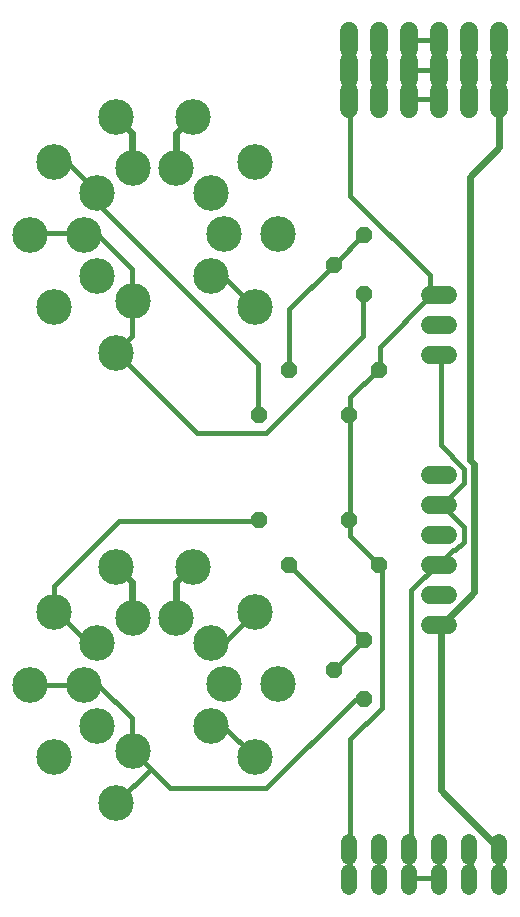
<source format=gtl>
G75*
%MOIN*%
%OFA0B0*%
%FSLAX24Y24*%
%IPPOS*%
%LPD*%
%AMOC8*
5,1,8,0,0,1.08239X$1,22.5*
%
%ADD10C,0.1185*%
%ADD11OC8,0.0520*%
%ADD12C,0.0520*%
%ADD13C,0.0600*%
%ADD14C,0.0160*%
%ADD15C,0.0240*%
D10*
X002254Y004982D03*
X003706Y006038D03*
X003261Y007407D03*
X003707Y008785D03*
X004877Y009635D03*
X004323Y011342D03*
X002256Y009840D03*
X001466Y007407D03*
X004323Y003478D03*
X004877Y005185D03*
X006323Y009635D03*
X006877Y011342D03*
X007494Y008782D03*
X007939Y007413D03*
X007493Y006035D03*
X008944Y004980D03*
X009734Y007413D03*
X008946Y009838D03*
X004323Y018478D03*
X004877Y020185D03*
X003706Y021038D03*
X003261Y022407D03*
X003707Y023785D03*
X004877Y024635D03*
X004323Y026342D03*
X002256Y024840D03*
X001466Y022407D03*
X002254Y019982D03*
X006323Y024635D03*
X006877Y026342D03*
X007494Y023782D03*
X007939Y022413D03*
X007493Y021035D03*
X008944Y019980D03*
X009734Y022413D03*
X008946Y024838D03*
D11*
X011600Y021410D03*
X012600Y020420D03*
X012600Y022400D03*
X013100Y017910D03*
X012100Y016410D03*
X010100Y017910D03*
X009100Y016410D03*
X009100Y012910D03*
X010100Y011410D03*
X012100Y012910D03*
X013100Y011410D03*
X012600Y008900D03*
X011600Y007910D03*
X012600Y006920D03*
D12*
X012100Y002170D02*
X012100Y001650D01*
X012100Y001170D02*
X012100Y000650D01*
X013100Y000650D02*
X013100Y001170D01*
X013100Y001650D02*
X013100Y002170D01*
X014100Y002170D02*
X014100Y001650D01*
X014100Y001170D02*
X014100Y000650D01*
X015100Y000650D02*
X015100Y001170D01*
X015100Y001650D02*
X015100Y002170D01*
X016100Y002170D02*
X016100Y001650D01*
X016100Y001170D02*
X016100Y000650D01*
X017100Y000650D02*
X017100Y001170D01*
X017100Y001650D02*
X017100Y002170D01*
D13*
X015400Y009410D02*
X014800Y009410D01*
X014800Y010410D02*
X015400Y010410D01*
X015400Y011410D02*
X014800Y011410D01*
X014800Y012410D02*
X015400Y012410D01*
X015400Y013410D02*
X014800Y013410D01*
X014800Y014410D02*
X015400Y014410D01*
X015400Y018410D02*
X014800Y018410D01*
X014800Y019410D02*
X015400Y019410D01*
X015400Y020410D02*
X014800Y020410D01*
X015100Y026610D02*
X015100Y027210D01*
X015100Y027610D02*
X015100Y028210D01*
X015100Y028610D02*
X015100Y029210D01*
X014100Y029210D02*
X014100Y028610D01*
X014100Y028210D02*
X014100Y027610D01*
X014100Y027210D02*
X014100Y026610D01*
X013100Y026610D02*
X013100Y027210D01*
X013100Y027610D02*
X013100Y028210D01*
X013100Y028610D02*
X013100Y029210D01*
X012100Y029210D02*
X012100Y028610D01*
X012100Y028210D02*
X012100Y027610D01*
X012100Y027210D02*
X012100Y026610D01*
X016100Y026610D02*
X016100Y027210D01*
X016100Y027610D02*
X016100Y028210D01*
X016100Y028610D02*
X016100Y029210D01*
X017100Y029210D02*
X017100Y028610D01*
X017100Y028210D02*
X017100Y027610D01*
X017100Y027210D02*
X017100Y026610D01*
D14*
X015100Y026910D02*
X015080Y026930D01*
X014170Y026930D01*
X014100Y026910D01*
X014100Y027910D01*
X014100Y028910D01*
X014170Y028890D01*
X015080Y028890D01*
X015100Y028910D01*
X015100Y027910D02*
X014100Y027910D01*
X012140Y027910D02*
X012140Y026930D01*
X012100Y026910D01*
X012140Y026860D01*
X012140Y023710D01*
X014800Y021050D01*
X014800Y020420D01*
X015100Y020410D01*
X015080Y020350D01*
X014800Y020350D01*
X013120Y018670D01*
X013120Y017970D01*
X013100Y017910D01*
X013050Y017900D01*
X012140Y016990D01*
X012140Y016430D01*
X012100Y016410D01*
X012140Y016360D01*
X012140Y012930D01*
X012100Y012910D01*
X012140Y012860D01*
X012140Y012370D01*
X013100Y011410D01*
X013190Y011320D01*
X013190Y006630D01*
X012140Y005580D01*
X012140Y001940D01*
X012100Y001910D01*
X012140Y001870D01*
X012140Y000960D01*
X012100Y000910D01*
X014100Y000910D02*
X014170Y000960D01*
X015080Y000960D01*
X015100Y000910D01*
X015080Y001030D01*
X015080Y001870D01*
X015100Y001910D01*
X014170Y001940D02*
X014100Y001910D01*
X014100Y000910D01*
X014170Y001940D02*
X014170Y010550D01*
X015080Y011460D01*
X015100Y011410D01*
X015570Y011880D01*
X015640Y011880D01*
X015920Y012160D01*
X015920Y012650D01*
X015150Y013420D01*
X015100Y013410D01*
X015220Y013420D01*
X015920Y014120D01*
X015920Y014610D01*
X015150Y015380D01*
X015150Y018390D01*
X015100Y018410D01*
X012560Y019020D02*
X009340Y015800D01*
X007030Y015800D01*
X004370Y018460D01*
X004323Y018478D01*
X004370Y018530D01*
X004860Y019020D01*
X004860Y020140D01*
X004877Y020185D01*
X004860Y020210D01*
X004860Y021260D01*
X003740Y022380D01*
X003320Y022380D01*
X003261Y022407D01*
X003250Y022450D01*
X001500Y022450D01*
X001466Y022407D01*
X002270Y024830D02*
X002256Y024840D01*
X002270Y024830D02*
X002690Y024830D01*
X003670Y023850D01*
X003707Y023785D01*
X003740Y023780D01*
X003740Y023430D01*
X009060Y018110D01*
X009060Y016430D01*
X009100Y016410D01*
X010100Y017910D02*
X010110Y017970D01*
X010110Y019930D01*
X011580Y021400D01*
X011600Y021410D01*
X011650Y021470D01*
X012560Y022380D01*
X012600Y022400D01*
X012560Y020420D02*
X012600Y020420D01*
X012560Y020420D02*
X012560Y019020D01*
X008944Y019980D02*
X008920Y020000D01*
X007940Y020980D01*
X007520Y020980D01*
X007493Y021035D01*
X012100Y027910D02*
X012140Y027980D01*
X012140Y028890D01*
X012100Y028910D01*
X012140Y027910D02*
X012100Y027910D01*
X009100Y012910D02*
X009060Y012860D01*
X004440Y012860D01*
X002270Y010690D01*
X002270Y009850D01*
X002256Y009840D01*
X002340Y009850D01*
X003390Y008800D01*
X003670Y008800D01*
X003707Y008785D01*
X003740Y007400D02*
X003320Y007400D01*
X003261Y007407D01*
X003250Y007400D01*
X001500Y007400D01*
X001466Y007407D01*
X003740Y007400D02*
X004860Y006280D01*
X004860Y005230D01*
X004877Y005185D01*
X004930Y005160D01*
X005490Y004600D01*
X004370Y003480D01*
X004323Y003478D01*
X005490Y004600D02*
X006120Y003970D01*
X009340Y003970D01*
X012280Y006910D01*
X012560Y006910D01*
X012600Y006920D01*
X011600Y007910D02*
X012560Y008870D01*
X012600Y008900D01*
X010110Y011390D01*
X010100Y011410D01*
X008946Y009838D02*
X008920Y009780D01*
X007940Y008800D01*
X007520Y008800D01*
X007494Y008782D01*
X007493Y006035D02*
X007520Y006000D01*
X007940Y006000D01*
X008920Y005020D01*
X008944Y004980D01*
D15*
X006323Y009635D02*
X006330Y009640D01*
X006330Y010830D01*
X006820Y011320D01*
X006877Y011342D01*
X004860Y010830D02*
X004860Y009640D01*
X004877Y009635D01*
X004860Y010830D02*
X004370Y011320D01*
X004323Y011342D01*
X004877Y024635D02*
X004860Y024690D01*
X004860Y025810D01*
X004370Y026300D01*
X004323Y026342D01*
X006330Y025810D02*
X006330Y024690D01*
X006323Y024635D01*
X006330Y025810D02*
X006820Y026300D01*
X006877Y026342D01*
X016100Y026910D02*
X016130Y026930D01*
X016130Y027910D01*
X016100Y027910D01*
X016130Y027980D01*
X016130Y028890D01*
X016100Y028910D01*
X017100Y028910D02*
X017110Y028890D01*
X017110Y027980D01*
X017100Y027910D01*
X017110Y027910D01*
X017110Y026930D01*
X017100Y026910D01*
X017110Y026790D01*
X017110Y025320D01*
X016130Y024340D01*
X016130Y014890D01*
X016270Y014750D01*
X016270Y010480D01*
X015220Y009430D01*
X015100Y009410D01*
X015150Y009360D01*
X015150Y003900D01*
X017040Y002010D01*
X017100Y001910D01*
X017110Y001870D01*
X017110Y000960D01*
X017100Y000910D01*
X016130Y000960D02*
X016100Y000910D01*
X016130Y000960D02*
X016130Y001870D01*
X016100Y001910D01*
M02*

</source>
